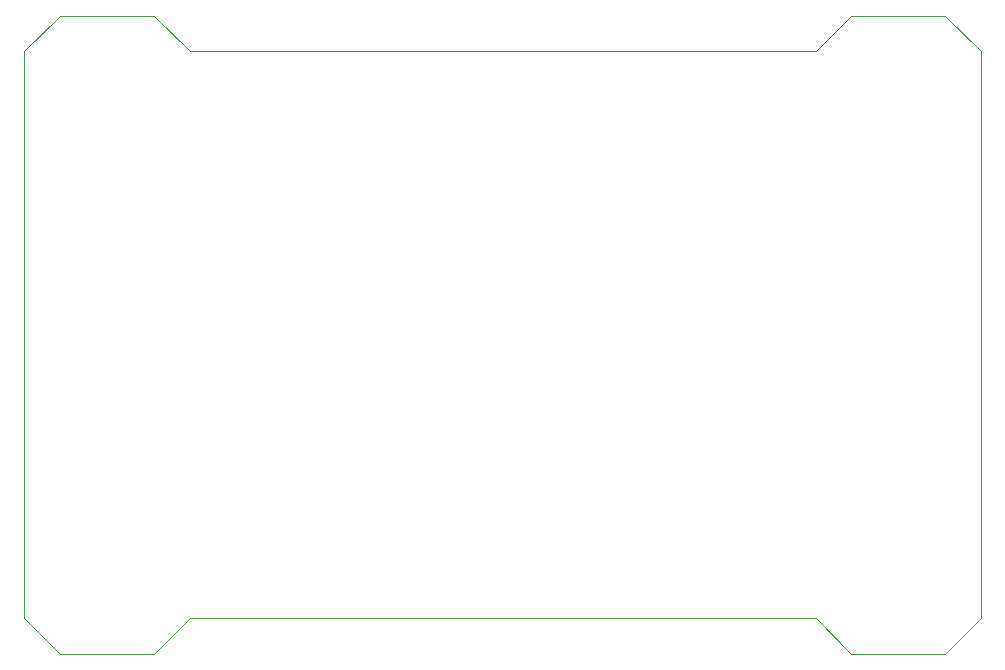
<source format=gbr>
%TF.GenerationSoftware,KiCad,Pcbnew,(5.1.7)-1*%
%TF.CreationDate,2021-03-19T19:43:08+01:00*%
%TF.ProjectId,LowNoise5V,4c6f774e-6f69-4736-9535-562e6b696361,rev?*%
%TF.SameCoordinates,Original*%
%TF.FileFunction,Profile,NP*%
%FSLAX46Y46*%
G04 Gerber Fmt 4.6, Leading zero omitted, Abs format (unit mm)*
G04 Created by KiCad (PCBNEW (5.1.7)-1) date 2021-03-19 19:43:08*
%MOMM*%
%LPD*%
G01*
G04 APERTURE LIST*
%TA.AperFunction,Profile*%
%ADD10C,0.050000*%
%TD*%
G04 APERTURE END LIST*
D10*
X14000000Y-51000000D02*
X67000000Y-51000000D01*
X14000000Y-3000000D02*
X67000000Y-3000000D01*
X0Y-7000000D02*
X0Y-47000000D01*
X81000000Y-7000000D02*
X81000000Y-47000000D01*
X70000000Y-54000000D02*
X67000000Y-51000000D01*
X74000000Y-54000000D02*
X70000000Y-54000000D01*
X11000000Y-54000000D02*
X14000000Y-51000000D01*
X7000000Y-54000000D02*
X11000000Y-54000000D01*
X70000000Y0D02*
X67000000Y-3000000D01*
X74000000Y0D02*
X70000000Y0D01*
X11000000Y0D02*
X14000000Y-3000000D01*
X7000000Y0D02*
X11000000Y0D01*
X74000000Y0D02*
X78000000Y0D01*
X81000000Y-7000000D02*
X81000000Y-3000000D01*
X81000000Y-3000000D02*
X78000000Y0D01*
X81000000Y-47000000D02*
X81000000Y-51000000D01*
X74000000Y-54000000D02*
X78000000Y-54000000D01*
X78000000Y-54000000D02*
X81000000Y-51000000D01*
X7000000Y-54000000D02*
X3000000Y-54000000D01*
X0Y-47000000D02*
X0Y-51000000D01*
X0Y-51000000D02*
X3000000Y-54000000D01*
X3000000Y0D02*
X0Y-3000000D01*
X7000000Y0D02*
X3000000Y0D01*
X0Y-7000000D02*
X0Y-3000000D01*
M02*

</source>
